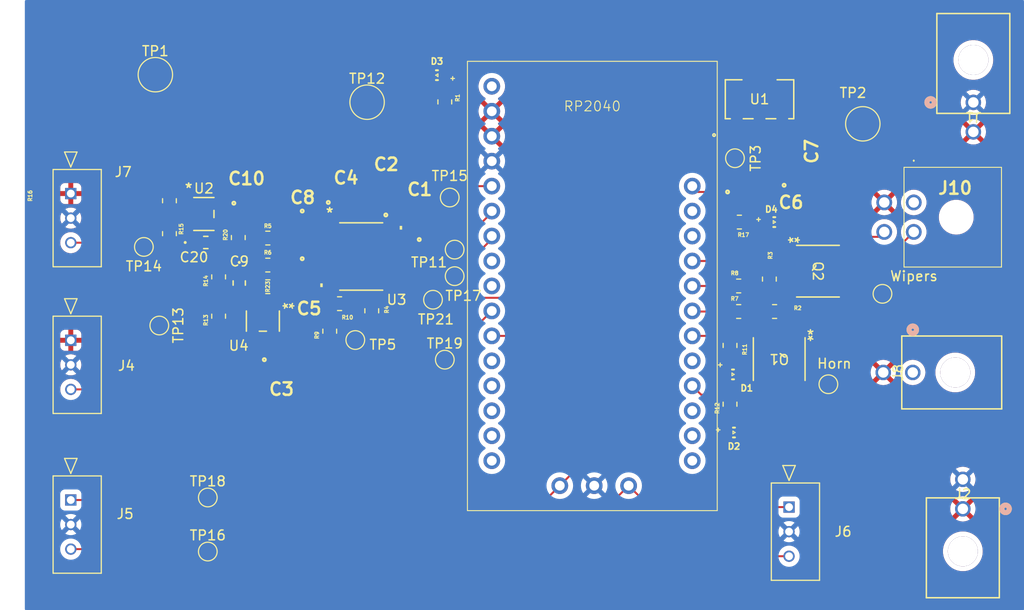
<source format=kicad_pcb>
(kicad_pcb (version 20240108) (generator "pcbnew") (generator_version "8.0")
  (layers (0 "F.Cu" signal) (31 "B.Cu" signal) (34 "B.Paste" user) (35 "F.Paste" user) (36 "B.SilkS" user "B.Silkscreen") (37 "F.SilkS" user "F.Silkscreen") (38 "B.Mask" user) (39 "F.Mask" user) (44 "Edge.Cuts" user))
  (net 0 "")
  (net 1 "GND")
  (net 2 "+3V3")
  (net 3 "Net-(U3-AIN1P)")
  (net 4 "+5V")
  (net 5 "+12V")
  (net 6 "Net-(U3-AIN0P)")
  (net 7 "Net-(D1-Pad2)")
  (net 8 "Net-(D2-Pad2)")
  (net 9 "/D11")
  (net 10 "Net-(D3-Pad2)")
  (net 11 "Net-(J4-Pad3)")
  (net 12 "/Drain2")
  (net 13 "/CAN_H")
  (net 14 "/CAN_L")
  (net 15 "Net-(J7-Pad3)")
  (net 16 "Net-(Q1-Pad4)")
  (net 17 "Net-(Q2-Pad4)")
  (net 18 "/CS")
  (net 19 "/HS1")
  (net 20 "/HS2")
  (net 21 "Net-(U3-AIN3P)")
  (net 22 "/MOSI")
  (net 23 "/SCLK")
  (net 24 "/MISO")
  (net 25 "Net-(U3-CAP)")
  (net 32 "/Drain1")
  (net 35 "/D12")
  (net 36 "Net-(RP2040-D10)")
  (net 37 "Net-(RP2040-D6)")
  (net 38 "/GPIO_RESET")
  (net 41 "/GPIO_CLKIN")
  (net 46 "Net-(D4-Pad2)")
  (net 47 "/D13")
  (net 49 "/ADC_IN1")
  (net 50 "/ADC_IN2")
  (net 51 "Net-(U4-VIN-)")
  (net 52 "/FB")
  (footprint "SMV_Passives:Cap0805" (layer "F.Cu") (at 124.90275 43)
    (property "Reference" "C4" (at 0.05 -2.5 180) (layer "F.SilkS") (effects (font (size 1.27 1.27) (thickness 0.254))))
    (property "Value" "1uF,16V" (hide yes))
    (pad "1" smd rect (at -0.9 0) (size 1.15 1.45) (layers "F.Cu" "F.Paste" "F.Mask") (net 2 "+3V3"))
    (pad "2" smd rect (at 0.9 0) (size 1.15 1.45) (layers "F.Cu" "F.Paste" "F.Mask") (net 1 "GND"))
  )
  (footprint "SMV_Passives:0805RESC2012X60N" (layer "F.Cu") (at 112.00275 50.575001 90)
    (property "Reference" "R14" (at -0.41 -1.3 90) (layer "F.SilkS") (effects (font (size 0.393701 0.393701))))
    (property "Value" "10kohms, 0.125W")
    (pad "1" smd rect (at -0.97 0 90) (size 0.89 1.42) (layers "F.Cu" "F.Paste" "F.Mask") (net 20 "/HS2"))
    (pad "2" smd rect (at 0.97 0 90) (size 0.89 1.42) (layers "F.Cu" "F.Paste" "F.Mask") (net 1 "GND"))
  )
  (footprint "SMV_Passives:0805RESC2012X60N" (layer "F.Cu") (at 164.88 51.5)
    (property "Reference" "R8" (at -0.41 -1.3 0) (layer "F.SilkS") (effects (font (size 0.393701 0.393701))))
    (property "Value" "CRCW06031K00FKEA, 1KΩ")
    (pad "1" smd rect (at -0.97 0) (size 0.89 1.42) (layers "F.Cu" "F.Paste" "F.Mask") (net 35 "/D12"))
    (pad "2" smd rect (at 0.97 0) (size 0.89 1.42) (layers "F.Cu" "F.Paste" "F.Mask") (net 17 "Net-(Q2-Pad4)"))
  )
  (footprint "SMV_Transistors:LFPAK56_SOT669_NEX" (layer "F.Cu") (at 169 58.9384 180)
    (property "Reference" "Q1" (at 0 0 180) (layer "F.SilkS"))
    (property "Value" "PSMN1R8-40YLC_115")
    (fp_text user "*" (at -3.175 2.4384 180) (layer "F.SilkS"))
    (fp_text user "*" (at -3.175 2.4384 180) (layer "F.SilkS"))
    (pad "1" smd rect (at -1.905 2.4384 180) (size 0.5588 1.5494) (layers "F.Cu" "F.Paste" "F.Mask") (net 1 "GND"))
    (pad "2" smd rect (at -0.635 2.4384 180) (size 0.5588 1.5494) (layers "F.Cu" "F.Paste" "F.Mask") (net 1 "GND"))
    (pad "3" smd rect (at 0.635 2.4384 180) (size 0.5588 1.5494) (layers "F.Cu" "F.Paste" "F.Mask") (net 1 "GND"))
    (pad "4" smd rect (at 1.905 2.4384 180) (size 0.5588 1.5494) (layers "F.Cu" "F.Paste" "F.Mask") (net 16 "Net-(Q1-Pad4)"))
    (pad "5" smd rect (at 0 -1.2954 180) (size 4.4704 4.8006) (layers "F.Cu" "F.Paste" "F.Mask") (net 12 "/Drain2"))
  )
  (footprint "TestPoint:TestPoint_Pad_D1.5mm" (layer "F.Cu") (at 174 61.5)
    (property "Reference" "Horn" (at 0.6 -2.1 0) (layer "F.SilkS"))
    (property "Value" "MOSFET")
    (pad "1" smd circle (at 0 0) (size 1.5 1.5) (layers "F.Cu" "F.Mask") (net 12 "/Drain2"))
  )
  (footprint "SMV_Passives:CAP_0603-X_NGC" (layer "F.Cu") (at 114.1 51.2 -90)
    (property "Reference" "C9" (at -2.2 0 0) (layer "F.SilkS"))
    (property "Value" "0603W475K250XD")
    (pad "1" smd rect (at -0.8001 0 270) (size 0.9144 0.9906) (layers "F.Cu" "F.Paste" "F.Mask") (net 1 "GND"))
    (pad "2" smd rect (at 0.8001 0 270) (size 0.9144 0.9906) (layers "F.Cu" "F.Paste" "F.Mask") (net 50 "/ADC_IN2"))
    (zone (net 0) (net_name "") (layer "F.Cu") (connect_pads (clearance 0)) (min_thickness 0.254)
      (keepout (tracks not_allowed) (vias not_allowed) (pads allowed) (copperpour not_allowed) (footprints allowed))
      (fill (thermal_gap 0.508) (thermal_bridge_width 0.508))
      (polygon (pts (xy 114.5445 50.9079) (xy 114.5445 51.4921) (xy 113.6555 51.4921) (xy 113.6555 50.9079)))
    )
  )
  (footprint "TestPoint:TestPoint_Pad_D1.5mm" (layer "F.Cu") (at 136 47.8)
    (property "Reference" "TP11" (at -2.6 1.3 0) (layer "F.SilkS"))
    (property "Value" "3V3A")
    (pad "1" smd circle (at 0 0) (size 1.5 1.5) (layers "F.Cu" "F.Mask") (net 22 "/MOSI"))
  )
  (footprint "SMV_Passives:WL-SMCW_0603(diode)" (layer "F.Cu") (at 164.3 60.5 180)
    (property "Reference" "D1" (at -1.4 -1.4 0) (layer "F.SilkS") (effects (font (size 0.64 0.64))))
    (property "Value" "WL-SMCW_0603")
    (fp_text user "+" (at 1.3 1 0) (layer "F.SilkS") (effects (font (size 0.48 0.48))))
    (pad "1" smd rect (at -0.8 0 180) (size 0.8 0.8) (layers "F.Cu" "F.Paste" "F.Mask") (net 1 "GND"))
    (pad "2" smd rect (at 0.8 0 180) (size 0.8 0.8) (layers "F.Cu" "F.Paste" "F.Mask") (net 7 "Net-(D1-Pad2)"))
  )
  (footprint "SMV_Passives:Cap0805" (layer "F.Cu") (at 120.50275 45.625002 -90)
    (property "Reference" "C8" (at -3.125002 -0.0445 180) (layer "F.SilkS") (effects (font (size 1.27 1.27) (thickness 0.254))))
    (property "Value" "1uF,16V" (hide yes))
    (pad "1" smd rect (at -0.9 0 270) (size 1.15 1.45) (layers "F.Cu" "F.Paste" "F.Mask") (net 1 "GND"))
    (pad "2" smd rect (at 0.9 0 270) (size 1.15 1.45) (layers "F.Cu" "F.Paste" "F.Mask") (net 6 "Net-(U3-AIN0P)"))
  )
  (footprint "SMV_Connectors:RP2040" (layer "F.Cu") (at 150.1905 48.96)
    (property "Reference" "RP2040" (at -0.1905 -15.74 0) (layer "F.SilkS") (effects (font (thickness 0.1))))
    (property "Value" "~")
    (pad "1" thru_hole circle (at 9.9695 -7.62) (size 1.7 1.7) (drill 1) (layers "*.Cu" "*.Mask") (net 4 "+5V"))
    (pad "2" thru_hole circle (at 9.9695 -5.08) (size 1.7 1.7) (drill 1) (layers "*.Cu" "*.Mask"))
    (pad "3" thru_hole circle (at 9.9695 -2.54) (size 1.7 1.7) (drill 1) (layers "*.Cu" "*.Mask"))
    (pad "4" thru_hole circle (at 9.9695 0) (size 1.7 1.7) (drill 1) (layers "*.Cu" "*.Mask") (net 47 "/D13"))
    (pad "5" thru_hole circle (at 9.9695 2.54) (size 1.7 1.7) (drill 1) (layers "*.Cu" "*.Mask") (net 35 "/D12"))
    (pad "6" thru_hole circle (at 9.9695 5.08) (size 1.7 1.7) (drill 1) (layers "*.Cu" "*.Mask") (net 9 "/D11"))
    (pad "7" thru_hole circle (at 9.9695 7.62) (size 1.7 1.7) (drill 1) (layers "*.Cu" "*.Mask") (net 36 "Net-(RP2040-D10)"))
    (pad "8" thru_hole circle (at 9.9695 10.16) (size 1.7 1.7) (drill 1) (layers "*.Cu" "*.Mask"))
    (pad "9" thru_hole circle (at 9.9695 12.7) (size 1.7 1.7) (drill 1) (layers "*.Cu" "*.Mask") (net 37 "Net-(RP2040-D6)"))
    (pad "10" thru_hole circle (at 9.9695 15.24) (size 1.7 1.7) (drill 1) (layers "*.Cu" "*.Mask"))
    (pad "11" thru_hole circle (at 9.9695 17.78) (size 1.7 1.7) (drill 1) (layers "*.Cu" "*.Mask"))
    (pad "12" thru_hole circle (at 9.9695 20.32) (size 1.7 1.7) (drill 1) (layers "*.Cu" "*.Mask"))
    (pad "13" thru_hole circle (at -10.414 20.32) (size 1.7 1.7) (drill 1) (layers "*.Cu" "*.Mask"))
    (pad "14" thru_hole circle (at -10.414 17.78) (size 1.7 1.7) (drill 1) (layers "*.Cu" "*.Mask"))
    (pad "15" thru_hole circle (at -10.414 15.24) (size 1.7 1.7) (drill 1) (layers "*.Cu" "*.Mask"))
    (pad "16" thru_hole circle (at -10.414 12.7) (size 1.7 1.7) (drill 1) (layers "*.Cu" "*.Mask"))
    (pad "17" thru_hole circle (at -10.414 10.16) (size 1.7 1.7) (drill 1) (layers "*.Cu" "*.Mask") (net 38 "/GPIO_RESET"))
    (pad "18" thru_hole circle (at -10.414 7.62) (size 1.7 1.7) (drill 1) (layers "*.Cu" "*.Mask") (net 23 "/SCLK"))
    (pad "19" thru_hole circle (at -10.414 5.08) (size 1.7 1.7) (drill 1) (layers "*.Cu" "*.Mask") (net 18 "/CS"))
    (pad "20" thru_hole circle (at -10.414 2.54) (size 1.7 1.7) (drill 1) (layers "*.Cu" "*.Mask"))
    (pad "21" thru_hole circle (at -10.414 0) (size 1.7 1.7) (drill 1) (layers "*.Cu" "*.Mask"))
    (pad "22" thru_hole circle (at -10.414 -2.54) (size 1.7 1.7) (drill 1) (layers "*.Cu" "*.Mask") (net 24 "/MISO"))
    (pad "23" thru_hole circle (at -10.414 -5.08) (size 1.7 1.7) (drill 1) (layers "*.Cu" "*.Mask") (net 22 "/MOSI"))
    (pad "24" thru_hole circle (at -10.414 -7.62) (size 1.7 1.7) (drill 1) (layers "*.Cu" "*.Mask") (net 41 "/GPIO_CLKIN"))
    (pad "25" thru_hole circle (at -10.414 -10.16) (size 1.7 1.7) (drill 1) (layers "*.Cu" "*.Mask") (net 1 "GND"))
    (pad "26" thru_hole circle (at -10.414 -12.7) (size 1.7 1.7) (drill 1) (layers "*.Cu" "*.Mask") (net 2 "+3V3"))
    (pad "27" thru_hole circle (at -10.414 -15.24) (size 1.7 1.7) (drill 1) (layers "*.Cu" "*.Mask") (net 2 "+3V3"))
    (pad "28" thru_hole circle (at -10.414 -17.78) (size 1.7 1.7) (drill 1) (layers "*.Cu" "*.Mask"))
    (pad "29" thru_hole circle (at 3.5 22.86) (size 1.7 1.7) (drill 1) (layers "*.Cu" "*.Mask") (net 14 "/CAN_L"))
    (pad "30" thru_hole circle (at 0 22.86) (size 1.7 1.7) (drill 1) (layers "*.Cu" "*.Mask") (net 1 "GND"))
    (pad "31" thru_hole circle (at -3.5 22.86) (size 1.7 1.7) (drill 1) (layers "*.Cu" "*.Mask") (net 13 "/CAN_H"))
  )
  (footprint "TestPoint:TestPoint_Pad_D3.0mm" (layer "F.Cu") (at 177.5 35)
    (property "Reference" "TP2" (at -0.99725 -3.15 0) (layer "F.SilkS"))
    (property "Value" "12V")
    (pad "1" smd circle (at 0 0) (size 3 3) (layers "F.Cu" "F.Mask") (net 5 "+12V"))
  )
  (footprint "SMV_Passives:0805RESC2012X60N" (layer "F.Cu") (at 112.00275 54.575001 90)
    (property "Reference" "R13" (at -0.41 -1.3 90) (layer "F.SilkS") (effects (font (size 0.393701 0.393701))))
    (property "Value" "10kohms, 0.125W")
    (pad "1" smd rect (at -0.97 0 90) (size 0.89 1.42) (layers "F.Cu" "F.Paste" "F.Mask") (net 11 "Net-(J4-Pad3)"))
    (pad "2" smd rect (at 0.97 0 90) (size 0.89 1.42) (layers "F.Cu" "F.Paste" "F.Mask") (net 20 "/HS2"))
  )
  (footprint "SMV_Passives:0805RESC2012X60N" (layer "F.Cu") (at 127.572749 54.025002 -90)
    (property "Reference" "R4" (at -0.125002 -1.527251 90) (layer "F.SilkS") (effects (font (size 0.393701 0.393701))))
    (property "Value" "10kohms, 0.125W")
    (pad "1" smd rect (at -0.97 0 270) (size 0.89 1.42) (layers "F.Cu" "F.Paste" "F.Mask") (net 18 "/CS"))
    (pad "2" smd rect (at 0.97 0 270) (size 0.89 1.42) (layers "F.Cu" "F.Paste" "F.Mask") (net 2 "+3V3"))
  )
  (footprint "SMV_Passives:Cap0805" (layer "F.Cu") (at 129.00275 42.525002 90)
    (property "Reference" "C2" (at 3.4 0.0445 180) (layer "F.SilkS") (effects (font (size 1.27 1.27) (thickness 0.254))))
    (property "Value" "1uF,16V" (hide yes))
    (pad "1" smd rect (at -0.9 0 90) (size 1.15 1.45) (layers "F.Cu" "F.Paste" "F.Mask") (net 2 "+3V3"))
    (pad "2" smd rect (at 0.9 0 90) (size 1.15 1.45) (layers "F.Cu" "F.Paste" "F.Mask") (net 1 "GND"))
  )
  (footprint "SMV_Passives:0805RESC2012X60N" (layer "F.Cu") (at 168.53 54.1 180)
    (property "Reference" "R2" (at -2.35 0.35 0) (layer "F.SilkS") (effects (font (size 0.393701 0.393701))))
    (property "Value" "10kohms, 0.125W")
    (pad "1" smd rect (at -0.97 0 180) (size 0.89 1.42) (layers "F.Cu" "F.Paste" "F.Mask") (net 1 "GND"))
    (pad "2" smd rect (at 0.97 0 180) (size 0.89 1.42) (layers "F.Cu" "F.Paste" "F.Mask") (net 16 "Net-(Q1-Pad4)"))
  )
  (footprint "SMV_Passives:Cap0805" (layer "F.Cu") (at 120.50275 50.475001 -90)
    (property "Reference" "C5" (at 3.324999 -0.69725 0) (layer "F.SilkS") (effects (font (size 1.27 1.27) (thickness 0.254))))
    (property "Value" "1uF,16V" (hide yes))
    (pad "1" smd rect (at -0.9 0 270) (size 1.15 1.45) (layers "F.Cu" "F.Paste" "F.Mask") (net 3 "Net-(U3-AIN1P)"))
    (pad "2" smd rect (at 0.9 0 270) (size 1.15 1.45) (layers "F.Cu" "F.Paste" "F.Mask") (net 1 "GND"))
  )
  (footprint "TestPoint:TestPoint_Pad_D1.5mm" (layer "F.Cu") (at 164.5 38.5)
    (property "Reference" "TP3" (at 2.1 0 90) (layer "F.SilkS"))
    (property "Value" "5V")
    (pad "1" smd circle (at 0 0) (size 1.5 1.5) (layers "F.Cu" "F.Mask") (net 4 "+5V"))
  )
  (footprint "SMV_Passives:0805RESC2012X60N" (layer "F.Cu") (at 114.00275 46.575001 90)
    (property "Reference" "R20" (at 0.275001 -1.30275 90) (layer "F.SilkS") (effects (font (size 0.393701 0.393701))))
    (property "Value" "50Ω")
    (pad "1" smd rect (at -0.97 0 90) (size 0.89 1.42) (layers "F.Cu" "F.Paste" "F.Mask") (net 49 "/ADC_IN1"))
    (pad "2" smd rect (at 0.97 0 90) (size 0.89 1.42) (layers "F.Cu" "F.Paste" "F.Mask") (net 52 "/FB"))
  )
  (footprint "SMV_Passives:0805RESC2012X60N" (layer "F.Cu") (at 164.88 54.1)
    (property "Reference" "R7" (at -0.41 -1.3 0) (layer "F.SilkS") (effects (font (size 0.393701 0.393701))))
    (property "Value" "CRCW06031K00FKEA, 1KΩ")
    (pad "1" smd rect (at -0.97 0) (size 0.89 1.42) (layers "F.Cu" "F.Paste" "F.Mask") (net 9 "/D11"))
    (pad "2" smd rect (at 0.97 0) (size 0.89 1.42) (layers "F.Cu" "F.Paste" "F.Mask") (net 16 "Net-(Q1-Pad4)"))
  )
  (footprint "SMV_Passives:0805RESC2012X60N" (layer "F.Cu") (at 123.3 56.1 90)
    (property "Reference" "R9" (at -0.41 -1.3 90) (layer "F.SilkS") (effects (font (size 0.393701 0.393701))))
    (property "Value" "40K")
    (pad "1" smd rect (at -0.97 0 90) (size 0.89 1.42) (layers "F.Cu" "F.Paste" "F.Mask") (net 2 "+3V3"))
    (pad "2" smd rect (at 0.97 0 90) (size 0.89 1.42) (layers "F.Cu" "F.Paste" "F.Mask") (net 21 "Net-(U3-AIN3P)"))
  )
  (footprint "SMV_Connectors:3pin_CON_22035035_MOL" (layer "F.Cu") (at 96.972749 42.095002 90)
    (property "Reference" "J7" (at 2.195002 5.327251 0) (layer "F.SilkS"))
    (property "Value" "22035035")
    (pad "1" thru_hole rect (at 0 0 90) (size 1.15 1.15) (drill 0.8) (layers "*.Cu" "*.Mask") (net 2 "+3V3"))
    (pad "2" thru_hole circle (at -2.5 0 90) (size 1.15 1.15) (drill 0.8) (layers "*.Cu" "*.Mask") (net 1 "GND"))
    (pad "3" thru_hole circle (at -5 0 90) (size 1.15 1.15) (drill 0.8) (layers "*.Cu" "*.Mask") (net 15 "Net-(J7-Pad3)"))
  )
  (footprint "TestPoint:TestPoint_Pad_D1.5mm" (layer "F.Cu") (at 105.972749 55.525002 -90)
    (property "Reference" "TP13" (at -0.025002 -1.927251 -90) (layer "F.SilkS"))
    (property "Value" "HS2")
    (pad "1" smd circle (at 0 0 270) (size 1.5 1.5) (layers "F.Cu" "F.Mask") (net 11 "Net-(J4-Pad3)"))
  )
  (footprint "SMV_Passives:0805RESC2012X60N" (layer "F.Cu") (at 168 50.8 90)
    (property "Reference" "R3" (at 2.4 0.1 90) (layer "F.SilkS") (effects (font (size 0.393701 0.393701))))
    (property "Value" "10kohms, 0.125W")
    (pad "1" smd rect (at -0.97 0 90) (size 0.89 1.42) (layers "F.Cu" "F.Paste" "F.Mask") (net 17 "Net-(Q2-Pad4)"))
    (pad "2" smd rect (at 0.97 0 90) (size 0.89 1.42) (layers "F.Cu" "F.Paste" "F.Mask") (net 1 "GND"))
  )
  (footprint "TestPoint:TestPoint_Pad_D1.5mm" (layer "F.Cu") (at 125.9 57)
    (property "Reference" "TP5" (at 2.8 0.474998 0) (layer "F.SilkS"))
    (property "Value" "1.65V")
    (pad "1" smd circle (at 0 0) (size 1.5 1.5) (layers "F.Cu" "F.Mask") (net 21 "Net-(U3-AIN3P)"))
  )
  (footprint "TestPoint:TestPoint_Pad_D1.5mm" (layer "F.Cu") (at 104.40275 47.525002 180)
    (property "Reference" "TP14" (at 0 -1.974998 180) (layer "F.SilkS"))
    (property "Value" "HS1")
    (pad "1" smd circle (at 0 0 180) (size 1.5 1.5) (layers "F.Cu" "F.Mask") (net 15 "Net-(J7-Pad3)"))
  )
  (footprint "SMV_Passives:0805RESC2012X60N" (layer "F.Cu") (at 164 63.53 90)
    (property "Reference" "R12" (at -0.41 -1.3 90) (layer "F.SilkS") (effects (font (size 0.393701 0.393701))))
    (property "Value" "150Ω")
    (pad "1" smd rect (at -0.97 0 90) (size 0.89 1.42) (layers "F.Cu" "F.Paste" "F.Mask") (net 8 "Net-(D2-Pad2)"))
    (pad "2" smd rect (at 0.97 0 90) (size 0.89 1.42) (layers "F.Cu" "F.Paste" "F.Mask") (net 37 "Net-(RP2040-D6)"))
  )
  (footprint "SMV_ICs:SOT-23-5_MC_MCH" (layer "F.Cu") (at 110.50275 44.175002)
    (property "Reference" "U2" (at 0 -2.600001 0) (layer "F.SilkS"))
    (property "Value" "MCP6286T-E/OT")
    (fp_text user "*" (at -1.549201 -2.601 0) (layer "F.SilkS"))
    (fp_text user "*" (at -1.549201 -2.601 0) (layer "F.SilkS"))
    (pad "1" smd rect (at -1.295199 -0.950001) (size 1.3208 0.508) (layers "F.Cu" "F.Paste" "F.Mask") (net 52 "/FB"))
    (pad "2" smd rect (at -1.295199 0) (size 1.3208 0.508) (layers "F.Cu" "F.Paste" "F.Mask") (net 1 "GND"))
    (pad "3" smd rect (at -1.295199 0.950001) (size 1.3208 0.508) (layers "F.Cu" "F.Paste" "F.Mask") (net 19 "/HS1"))
    (pad "4" smd rect (at 1.295199 0.950001) (size 1.3208 0.508) (layers "F.Cu" "F.Paste" "F.Mask") (net 52 "/FB"))
    (pad "5" smd rect (at 1.295199 -0.950001) (size 1.3208 0.508) (layers "F.Cu" "F.Paste" "F.Mask") (net 2 "+3V3"))
  )
  (footprint "TestPoint:TestPoint_Pad_D1.5mm" (layer "F.Cu") (at 110.90275 78.525002)
    (property "Reference" "TP16" (at 0 -1.648 0) (layer "F.SilkS"))
    (property "Value" "3V3A")
    (pad "1" smd circle (at 0 0) (size 1.5 1.5) (layers "F.Cu" "F.Mask") (net 14 "/CAN_L"))
  )
  (footprint "SMV_Connectors:3pin_CON_22035035_MOL" (layer "F.Cu") (at 170 74 90)
    (property "Reference" "J6" (at -2.5 5.5 0) (layer "F.SilkS"))
    (property "Value" "22035035")
    (pad "1" thru_hole rect (at 0 0 90) (size 1.15 1.15) (drill 0.8) (layers "*.Cu" "*.Mask") (net 13 "/CAN_H"))
    (pad "2" thru_hole circle (at -2.5 0 90) (size 1.15 1.15) (drill 0.8) (layers "*.Cu" "*.Mask") (net 1 "GND"))
    (pad "3" thru_hole circle (at -5 0 90) (size 1.15 1.15) (drill 0.8) (layers "*.Cu" "*.Mask") (net 14 "/CAN_L"))
  )
  (footprint "SMV_Connectors:3pin_CON_22035035_MOL" (layer "F.Cu") (at 96.972749 57.025002 90)
    (property "Reference" "J4" (at -2.59599 5.654999 0) (layer "F.SilkS"))
    (property "Value" "22035035")
    (pad "1" thru_hole rect (at 0 0 90) (size 1.15 1.15) (drill 0.8) (layers "*.Cu" "*.Mask") (net 2 "+3V3"))
    (pad "2" thru_hole circle (at -2.5 0 90) (size 1.15 1.15) (drill 0.8) (layers "*.Cu" "*.Mask") (net 1 "GND"))
    (pad "3" thru_hole circle (at -5 0 90) (size 1.15 1.15) (drill 0.8) (layers "*.Cu" "*.Mask") (net 11 "Net-(J4-Pad3)"))
  )
  (footprint "TestPoint:TestPoint_Pad_D1.5mm" (layer "F.Cu") (at 110.90275 73.025002)
    (property "Reference" "TP18" (at 0 -1.648 0) (layer "F.SilkS"))
    (property "Value" "3V3A")
    (pad "1" smd circle (at 0 0) (size 1.5 1.5) (layers "F.Cu" "F.Mask") (net 13 "/CAN_H"))
  )
  (footprint "TestPoint:TestPoint_Pad_D1.5mm" (layer "F.Cu") (at 135 59)
    (property "Reference" "TP19" (at 0 -1.648 0) (layer "F.SilkS"))
    (property "Value" "3V3A")
    (pad "1" smd circle (at 0 0) (size 1.5 1.5) (layers "F.Cu" "F.Mask") (net 18 "/CS"))
  )
  (footprint "SMV_ICs:SOT-23-5_MC_MCH" (layer "F.Cu") (at 116.50275 55.075001 -90)
    (property "Reference" "U4" (at 2.5 2.4555 0) (layer "F.SilkS"))
    (property "Value" "MCP6286T-E/OT")
    (fp_text user "*" (at -1.549201 -2.601 90) (layer "F.SilkS"))
    (fp_text user "*" (at -1.549201 -2.601 -90) (layer "F.SilkS"))
    (pad "1" smd rect (at -1.295199 -0.950001 270) (size 1.3208 0.508) (layers "F.Cu" "F.Paste" "F.Mask") (net 51 "Net-(U4-VIN-)"))
    (pad "2" smd rect (at -1.295199 0 270) (size 1.3208 0.508) (layers "F.Cu" "F.Paste" "F.Mask") (net 1 "GND"))
    (pad "3" smd rect (at -1.295199 0.950001 270) (size 1.3208 0.508) (layers "F.Cu" "F.Paste" "F.Mask") (net 20 "/HS2"))
    (pad "4" smd rect (at 1.295199 0.950001 270) (size 1.3208 0.508) (layers "F.Cu" "F.Paste" "F.Mask") (net 51 "Net-(U4-VIN-)"))
    (pad "5" smd rect (at 1.295199 -0.950001 270) (size 1.3208 0.508) (layers "F.Cu" "F.Paste" "F.Mask") (net 2 "+3V3"))
  )
  (footprint "SMV_Passives:0805RESC2012X60N" (layer "F.Cu") (at 117.00275 51.575001)
    (property "Reference" "R23" (at 0 0 90) (layer "F.SilkS") (effects (font (size 0.393701 0.393701))))
    (property "Value" "50Ω")
    (pad "1" smd rect (at -0.97 0) (size 0.89 1.42) (layers "F.Cu" "F.Paste" "F.Mask") (net 50 "/ADC_IN2"))
    (pad "2" smd rect (at 0.97 0) (size 0.89 1.42) (layers "F.Cu" "F.Paste" "F.Mask") (net 51 "Net-(U4-VIN-)"))
  )
  (footprint "SMV_Passives:0805RESC2012X60N" (layer "F.Cu") (at 117.00275 49.375002 180)
    (property "Reference" "R6" (at 0.00275 1.275002 180) (layer "F.SilkS") (effects (font (size 0.393701 0.393701))))
    (property "Value" "50Ω")
    (pad "1" smd rect (at -0.97 0 180) (size 0.89 1.42) (layers "F.Cu" "F.Paste" "F.Mask") (net 3 "Net-(U3-AIN1P)"))
    (pad "2" smd rect (at 0.97 0 180) (size 0.89 1.42) (layers "F.Cu" "F.Paste" "F.Mask") (net 50 "/ADC_IN2"))
  )
  (footprint "SMV_Connectors:CONN_SD-43045-001_02_MOL" (layer "F.Cu") (at 182.579998 60.3 90)
    (property "Reference" "J8" (at 0 -1.5 90) (layer "F.SilkS"))
    (property "Value" "430450200")
    (pad "1" thru_hole circle (at 0 0 90) (size 1.5748 1.5748) (drill 1.0668) (layers "*.Cu" "*.Mask") (net 12 "/Drain2"))
    (pad "2" thru_hole circle (at 0 -2.999999 90) (size 1.5748 1.5748) (drill 1.0668) (layers "*.Cu" "*.Mask") (net 5 "+12V"))
    (pad "3" thru_hole circle (at 0 4.320002 90) (size 3.048 3.048) (drill 3.048) (layers "*.Cu" "*.Mask"))
  )
  (footprint "SMV_Transistors:LFPAK56_SOT669_NEX" (layer "F.Cu") (at 172.9384 49.995 -90)
    (property "Reference" "Q2" (at 0 0 -90) (layer "F.SilkS"))
    (property "Value" "PSMN1R8-40YLC_115")
    (fp_text user "*" (at -3.175 2.4384 -90) (layer "F.SilkS"))
    (fp_text user "*" (at -3.175 2.4384 -90) (layer "F.SilkS"))
    (pad "1" smd rect (at -1.905 2.4384 270) (size 0.5588 1.5494) (layers "F.Cu" "F.Paste" "F.Mask") (net 1 "GND"))
    (pad "2" smd rect (at -0.635 2.4384 270) (size 0.5588 1.5494) (layers "F.Cu" "F.Paste" "F.Mask") (net 1 "GND"))
    (pad "3" smd rect (at 0.635 2.4384 270) (size 0.5588 1.5494) (layers "F.Cu" "F.Paste" "F.Mask") (net 1 "GND"))
    (pad "4" smd rect (at 1.905 2.4384 270) (size 0.5588 1.5494) (layers "F.Cu" "F.Paste" "F.Mask") (net 17 "Net-(Q2-Pad4)"))
    (pad "5" smd rect (at 0 -1.2954 270) (size 4.4704 4.8006) (layers "F.Cu" "F.Paste" "F.Mask") (net 32 "/Drain1"))
  )
  (footprint "TestPoint:TestPoint_Pad_D3.0mm" (layer "F.Cu") (at 127.1 32.8)
    (property "Reference" "TP12" (at 0 -2.398 0) (layer "F.SilkS"))
    (property "Value" "3V3")
    (pad "1" smd circle (at 0 0) (size 3 3) (layers "F.Cu" "F.Mask") (net 2 "+3V3"))
  )
  (footprint "SMV_Passives:CAP_0603-X_NGC" (layer "F.Cu") (at 110.6999 47.075001)
    (property "Reference" "C20" (at -1.1999 1.5 0) (layer "F.SilkS"))
    (property "Value" "0603W475K250XD")
    (pad "1" smd rect (at -0.8001 0) (size 0.9144 0.9906) (layers "F.Cu" "F.Paste" "F.Mask") (net 1 "GND"))
    (pad "2" smd rect (at 0.8001 0) (size 0.9144 0.9906) (layers "F.Cu" "F.Paste" "F.Mask") (net 49 "/ADC_IN1"))
    (zone (net 0) (net_name "") (layer "F.Cu") (connect_pads (clearance 0)) (min_thickness 0.254)
      (keepout (tracks not_allowed) (vias not_allowed) (pads allowed) (copperpour not_allowed) (footprints allowed))
      (fill (thermal_gap 0.508) (thermal_bridge_width 0.508))
      (polygon (pts (xy 110.4078 46.630501) (xy 110.992 46.630501) (xy 110.992 47.519501) (xy 110.4078 47.519501)))
    )
  )
  (footprint "SMV_Passives:0805RESC2012X60N" (layer "F.Cu") (at 124.3 53.3)
    (property "Reference" "R10" (at 0.8 1.4 0) (layer "F.SilkS") (effects (font (size 0.393701 0.393701))))
    (property "Value" "40K")
    (pad "1" smd rect (at -0.97 0) (size 0.89 1.42) (layers "F.Cu" "F.Paste" "F.Mask") (net 21 "Net-(U3-AIN3P)"))
    (pad "2" smd rect (at 0.97 0) (size 0.89 1.42) (layers "F.Cu" "F.Paste" "F.Mask") (net 1 "GND"))
  )
  (footprint "SMV_Passives:Cap0805" (layer "F.Cu") (at 169.5 39.5 90)
    (property "Reference" "C7" (at 1.7 2.8 90) (layer "F.SilkS") (effects (font (size 1.27 1.27) (thickness 0.254))))
    (property "Value" "0.47uF,50V" (hide yes))
    (pad "1" smd rect (at -0.9 0 90) (size 1.15 1.45) (layers "F.Cu" "F.Paste" "F.Mask") (net 1 "GND"))
    (pad "2" smd rect (at 0.9 0 90) (size 1.15 1.45) (layers "F.Cu" "F.Paste" "F.Mask") (net 5 "+12V"))
  )
  (footprint "SMV_Passives:Cap0805" (layer "F.Cu") (at 118.4 59)
    (property "Reference" "C3" (at 0 3 0) (layer "F.SilkS") (effects (font (size 1.27 1.27) (thickness 0.254))))
    (property "Value" "1uF,16V" (hide yes))
    (pad "1" smd rect (at -0.9 0) (size 1.15 1.45) (layers "F.Cu" "F.Paste" "F.Mask") (net 2 "+3V3"))
    (pad "2" smd rect (at 0.9 0) (size 1.15 1.45) (layers "F.Cu" "F.Paste" "F.Mask") (net 1 "GND"))
  )
  (footprint "SMV_Passives:WL-SMCW_0603(diode)" (layer "F.Cu") (at 164.4 66.41 180)
    (property "Reference" "D2" (at 0 -1.4064 0) (layer "F.SilkS") (effects (font (size 0.64 0.64))))
    (property "Value" "WL-SMCW_0603")
    (fp_text user "+" (at 1.6 0.3 0) (layer "F.SilkS") (effects (font (size 0.48 0.48))))
    (pad "1" smd rect (at -0.8 0 180) (size 0.8 0.8) (layers "F.Cu" "F.Paste" "F.Mask") (net 1 "GND"))
    (pad "2" smd rect (at 0.8 0 180) (size 0.8 0.8) (layers "F.Cu" "F.Paste" "F.Mask") (net 8 "Net-(D2-Pad2)"))
  )
  (footprint "SMV_Passives:0805RESC2012X60N" (layer "F.Cu") (at 117.00275 46.625001 180)
    (property "Reference" "R5" (at 0 1.225001 0) (layer "F.SilkS") (effects (font (size 0.393701 0.393701))))
    (property "Value" "50Ω")
    (pad "1" smd rect (at -0.97 0 180) (size 0.89 1.42) (layers "F.Cu" "F.Paste" "F.Mask") (net 6 "Net-(U3-AIN0P)"))
    (pad "2" smd rect (at 0.97 0 180) (size 0.89 1.42) (layers "F.Cu" "F.Paste" "F.Mask") (net 49 "/ADC_IN1"))
  )
  (footprint "SMV_Connectors:4_pin0430450401" (layer "F.Cu") (at 182.68 43 90)
    (property "Reference" "J10" (at 1.4625 4.2085 0) (layer "F.SilkS") (effects (font (size 1.27 1.27) (thickness 0.254))))
    (property "Value" "Molex Micro-Fit 4 Pin" (hide yes))
    (pad "" np_thru_hole circle (at -1.5 4.32 90) (size 3.05 3.05) (drill 3.05) (layers "*.Cu" "*.Mask"))
    (pad "1" thru_hole circle (at 0 0 90) (size 1.605 1.605) (drill 1.07) (layers "*.Cu" "*.Mask"))
    (pad "2" thru_hole circle (at -3 0 90) (size 1.605 1.605) (drill 1.07) (layers "*.Cu" "*.Mask") (net 32 "/Drain1"))
    (pad "3" thru_hole circle (at 0 -3 90) (size 1.605 1.605) (drill 1.07) (layers "*.Cu" "*.Mask") (net 5 "+12V"))
    (pad "4" thru_hole circle (at -3 -3 90) (size 1.605 1.605) (drill 1.07) (layers "*.Cu" "*.Mask") (net 47 "/D13"))
  )
  (footprint "SMV_Passives:WL-SMCW_0603(diode)" (layer "F.Cu") (at 134.2 30.049999)
    (property "Reference" "D3" (at 0 -1.4064 0) (layer "F.SilkS") (effects (font (size 0.64 0.64))))
    (property "Value" "WL-SMCW_0603")
    (fp_text user "+" (at 1.6 0.3 0) (layer "F.SilkS") (effects (font (size 0.48 0.48))))
    (pad "1" smd rect (at -0.8 0) (size 0.8 0.8) (layers "F.Cu" "F.Paste" "F.Mask") (net 1 "GND"))
    (pad "2" smd rect (at 0.8 0) (size 0.8 0.8) (layers "F.Cu" "F.Paste" "F.Mask") (net 10 "Net-(D3-Pad2)"))
  )
  (footprint "SMV_Passives:0805RESC2012X60N" (layer "F.Cu") (at 164 57.55 90)
    (property "Reference" "R11" (at -0.41 1.5 90) (layer "F.SilkS") (effects (font (size 0.393701 0.393701))))
    (property "Value" "150Ω")
    (pad "1" smd rect (at -0.97 0 90) (size 0.89 1.42) (layers "F.Cu" "F.Paste" "F.Mask") (net 7 "Net-(D1-Pad2)"))
    (pad "2" smd rect (at 0.97 0 90) (size 0.89 1.42) (layers "F.Cu" "F.Paste" "F.Mask") (net 36 "Net-(RP2040-D10)"))
  )
  (footprint "SMV_Passives:Cap0805" (layer "F.Cu") (at 132.40275 45.025002 90)
    (property "Reference" "C1" (at 3.350001 0.04725 0) (layer "F.SilkS") (effects (font (size 1.27 1.27) (thickness 0.254))))
    (property "Value" "C0805C224K3RACTU" (hide yes))
    (pad "1" smd rect (at -0.9 0 90) (size 1.15 1.45) (layers "F.Cu" "F.Paste" "F.Mask") (net 25 "Net-(U3-CAP)"))
    (pad "2" smd rect (at 0.9 0 90) (size 1.15 1.45) (layers "F.Cu" "F.Paste" "F.Mask") (net 1 "GND"))
  )
  (footprint "SMV_Passives:Cap0805" (layer "F.Cu") (at 115.3 43.075001)
    (property "Reference" "C10" (at -0.4555 -2.5 0) (layer "F.SilkS") (effects (font (size 1.27 1.27) (thickness 0.254))))
    (property "Value" "1uF,16V" (hide yes))
    (pad "1" smd rect (at -0.9 0) (size 1.15 1.45) (layers "F.Cu" "F.Paste" "F.Mask") (net 2 "+3V3"))
    (pad "2" smd rect (at 0.9 0) (size 1.15 1.45) (layers "F.Cu" "F.Paste" "F.Mask") (net 1 "GND"))
  )
  (footprint "TestPoint:TestPoint_Pad_D1.5mm" (layer "F.Cu") (at 136 50.5)
    (property "Reference" "TP17" (at 0.9 2 0) (layer "F.SilkS"))
    (property "Value" "3V3A")
    (pad "1" smd circle (at 0 0) (size 1.5 1.5) (layers "F.Cu" "F.Mask") (net 24 "/MISO"))
  )
  (footprint "SMV_ICs:TSSOP20_PW_TEX" (layer "F.Cu") (at 126.5 48.5)
    (property "Reference" "U3" (at 3.6 4.4 0) (layer "F.SilkS"))
    (property "Value" "PADS131M04QPWRQ1")
    (fp_text user "*" (at -3.20675 -4.423601 0) (layer "F.SilkS"))
    (fp_text user "*" (at -3.20675 -4.423601 0) (layer "F.SilkS"))
    (pad "1" smd rect (at -2.95275 -2.925) (size 1.4097 0.3556) (layers "F.Cu" "F.Paste" "F.Mask") (net 2 "+3V3"))
    (pad "2" smd rect (at -2.95275 -2.274999) (size 1.4097 0.3556) (layers "F.Cu" "F.Paste" "F.Mask") (net 1 "GND"))
    (pad "3" smd rect (at -2.95275 -1.625001) (size 1.4097 0.3556) (layers "F.Cu" "F.Paste" "F.Mask") (net 6 "Net-(U3-AIN0P)"))
    (pad "4" smd rect (at -2.95275 -0.974999) (size 1.4097 0.3556) (layers "F.Cu" "F.Paste" "F.Mask") (net 1 "GND"))
    (pad "5" smd rect (at -2.95275 -0.325001) (size 1.4097 0.3556) (layers "F.Cu" "F.Paste" "F.Mask") (net 1 "GND"))
    (pad "6" smd rect (at -2.95275 0.324998) (size 1.4097 0.3556) (layers "F.Cu" "F.Paste" "F.Mask") (net 3 "Net-(U3-AIN1P)"))
    (pad "7" smd rect (at -2.95275 0.974999) (size 1.4097 0.3556) (layers "F.Cu" "F.Paste" "F.Mask") (net 1 "GND"))
    (pad "8" smd rect (at -2.95275 1.624998) (size 1.4097 0.3556) (layers "F.Cu" "F.Paste" "F.Mask") (net 1 "GND"))
    (pad "9" smd rect (at -2.95275 2.274999) (size 1.4097 0.3556) (layers "F.Cu" "F.Paste" "F.Mask") (net 1 "GND"))
    (pad "10" smd rect (at -2.95275 2.924998) (size 1.4097 0.3556) (layers "F.Cu" "F.Paste" "F.Mask") (net 21 "Net-(U3-AIN3P)"))
    (pad "11" smd rect (at 2.95275 2.925) (size 1.4097 0.3556) (layers "F.Cu" "F.Paste" "F.Mask") (net 38 "/GPIO_RESET"))
    (pad "12" smd rect (at 2.95275 2.275002) (size 1.4097 0.3556) (layers "F.Cu" "F.Paste" "F.Mask") (net 18 "/CS"))
    (pad "13" smd rect (at 2.95275 1.625001) (size 1.4097 0.3556) (layers "F.Cu" "F.Paste" "F.Mask"))
    (pad "14" smd rect (at 2.95275 0.975002) (size 1.4097 0.3556) (layers "F.Cu" "F.Paste" "F.Mask") (net 23 "/SCLK"))
    (pad "15" smd rect (at 2.95275 0.325001) (size 1.4097 0.3556) (layers "F.Cu" "F.Paste" "F.Mask") (net 24 "/MISO"))
    (pad "16" smd rect (at 2.95275 -0.324998) (size 1.4097 0.3556) (layers "F.Cu" "F.Paste" "F.Mask") (net 22 "/MOSI"))
    (pad "17" smd rect (at 2.95275 -0.974999) (size 1.4097 0.3556) (layers "F.Cu" "F.Paste" "F.Mask") (net 41 "/GPIO_CLKIN"))
    (pad "18" smd rect (at 2.95275 -1.624998) (size 1.4097 0.3556) (layers "F.Cu" "F.Paste" "F.Mask") (net 25 "Net-(U3-CAP)"))
    (pad "19" smd rect (at 2.95275 -2.274999) (size 1.4097 0.3556) (layers "F.Cu" "F.Paste" "F.Mask") (net 1 "GND"))
    (pad "20" smd rect (at 2.95275 -2.924998) (size 1.4097 0.3556) (layers "F.Cu" "F.Paste" "F.Mask") (net 2 "+3V3"))
  )
  (footprint "SMV_Passives:WL-SMCW_0603(diode)" (layer "F.Cu") (at 168.5 45 180)
    (property "Reference" "D4" (at 0.3 1.3 0) (layer "F.SilkS") (effects (font (size 0.64 0.64))))
    (property "Value" "WL-SMCW_0603")
    (fp_text user "+" (at 1.6 0.3 0) (layer "F.SilkS") (effects (font (size 0.48 0.48))))
    (pad "1" smd rect (at -0.8 0 180) (size 0.8 0.8) (layers "F.Cu" "F.Paste" "F.Mask") (net 1 "GND"))
    (pad "2" smd rect (at 0.8 0 180) (size 0.8 0.8) (layers "F.Cu" "F.Paste" "F.Mask") (net 46 "Net-(D4-Pad2)"))
  )
  (footprint "SMV_ICs:DCY4_TEX" (layer "F.Cu") (at 167 32.5)
    (property "Reference" "U1" (at 0 0 0) (layer "F.SilkS"))
    (property "Value" "UA78M05QDCYRG4Q1")
    (pad "1" smd rect (at -2.3114 3.11785) (size 0.889 1.7653) (layers "F.Cu" "F.Paste" "F.Mask") (net 4 "+5V"))
    (pad "2" smd rect (at 0 3.11785) (size 0.889 1.7653) (layers "F.Cu" "F.Paste" "F.Mask") (net 1 "GND"))
    (pad "3" smd rect (at 2.3114 3.11785) (size 0.889 1.7653) (layers "F.Cu" "F.Paste" "F.Mask") (net 5 "+12V"))
    (pad "4" smd rect (at 0 -3.11785) (size 3.1496 1.7653) (layers "F.Cu" "F.Paste" "F.Mask") (net 1 "GND"))
  )
  (footprint "SMV_Connectors:CONN_SD-43045-001_02_MOL" (layer "F.Cu") (at 188.7384 32.820002 180)
    (property "Reference" "J1" (at 0 -1.5 180) (layer "F.SilkS"))
    (property "Value" "430450200")
    (pad "1" thru_hole circle (at 0 0 180) (size 1.5748 1.5748) (drill 1.0668) (layers "*.Cu" "*.Mask") (net 1 "GND"))
    (pad "2" thru_hole circle (at 0 -2.999999 180) (size 1.5748 1.5748) (drill 1.0668) (layers "*.Cu" "*.Mask") (net 5 "+12V"))
    (pad "3" thru_hole circle (at 0 4.320002 180) (size 3.048 3.048) (drill 3.048) (layers "*.Cu" "*.Mask"))
  )
  (footprint "TestPoint:TestPoint_Pad_D3.0mm" (layer "F.Cu") (at 105.569999 30)
    (property "Reference" "TP1" (at 0 -2.398 0) (layer "F.SilkS"))
    (property "Value" "Ground")
    (pad "1" smd circle (at 0 0) (size 3 3) (layers "F.Cu" "F.Mask") (net 1 "GND"))
  )
  (footprint "SMV_Connectors:3pin_CON_22035035_MOL" (layer "F.Cu") (at 96.972749 73.279012 90)
    (property "Reference" "J5" (at -1.420988 5.527251 0) (layer "F.SilkS"))
    (property "Value" "22035035")
    (pad "1" thru_hole rect (at 0 0 90) (size 1.15 1.15) (drill 0.8) (layers "*.Cu" "*.Mask") (net 13 "/CAN_H"))
    (pad "2" thru_hole circle (at -2.5 0 90) (size 1.15 1.15) (drill 0.8) (layers "*.Cu" "*.Mask") (net 1 "GND"))
    (pad "3" thru_hole circle (at -5 0 90) (size 1.15 1.15) (drill 0.8) (layers "*.Cu" "*.Mask") (net 14 "/CAN_L"))
  )
  (footprint "SMV_Passives:0805RESC2012X60N" (layer "F.Cu") (at 164.95 45 180)
    (property "Reference" "R17" (at -0.41 -1.3 0) (layer "F.SilkS") (effects (font (size 0.393701 0.393701))))
    (property "Value" "RCS0603150RJNEA, 150Ω")
    (pad "1" smd rect (at -0.97 0 180) (size 0.89 1.42) (layers "F.Cu" "F.Paste" "F.Mask") (net 46 "Net-(D4-Pad2)"))
    (pad "2" smd rect (at 0.97 0 180) (size 0.89 1.42) (layers "F.Cu" "F.Paste" "F.Mask") (net 4 "+5V"))
  )
  (footprint "SMV_Passives:Cap0805" (layer "F.Cu") (at 165.5 41.93215)
    (property "Reference" "C6" (at 4.7 1.06785 180) (layer "F.SilkS") (effects (font (size 1.27 1.27) (thickness 0.254))))
    (property "Value" "0.1uF,50V" (hide yes))
    (pad "1" smd rect (at -0.9 0) (size 1.15 1.45) (layers "F.Cu" "F.Paste" "F.Mask") (net 4 "+5V"))
    (pad "2" smd rect (at 0.9 0) (size 1.15 1.45) (layers "F.Cu" "F.Paste" "F.Mask") (net 1 "GND"))
  )
  (footprint "TestPoint:TestPoint_Pad_D1.5mm" (layer "F.Cu") (at 133.8 52.9)
    (property "Reference" "TP21" (at 0.3 2 0) (layer "F.SilkS"))
    (property "Value" "3V3A")
    (pad "1" smd circle (at 0 0) (size 1.5 1.5) (layers "F.Cu" "F.Mask") (net 23 "/SCLK"))
  )
  (footprint "TestPoint:TestPoint_Pad_D1.5mm" (layer "F.Cu") (at 135.5 42.5)
    (property "Reference" "TP15" (at 0 -2.2 0) (layer "F.SilkS"))
    (property "Value" "3V3A")
    (pad "1" smd circle (at 0 0) (size 1.5 1.5) (layers "F.Cu" "F.Mask") (net 41 "/GPIO_CLKIN"))
  )
  (footprint "SMV_Passives:0805RESC2012X60N" (layer "F.Cu") (at 107.00275 42.825001 90)
    (property "Reference" "R16" (at 0.499999 -14.160452 90) (layer "F.SilkS") (effects (font (size 0.393701 0.393701))))
    (property "Value" "10kohms, 0.125W")
    (pad "1" smd rect (at -0.97 0 90) (size 0.89 1.42) (layers "F.Cu" "F.Paste" "F.Mask") (net 19 "/HS1"))
    (pad "2" smd rect (at 0.97 0 90) (size 0.89 1.42) (layers "F.Cu" "F.Paste" "F.Mask") (net 1 "GND"))
  )
  (footprint "SMV_Passives:0805RESC2012X60N" (layer "F.Cu") (at 107.00275 46.175001 -90)
    (property "Reference" "R15" (at -0.47 -1.2 90) (layer "F.SilkS") (effects (font (size 0.393701 0.393701))))
    (property "Value" "10kohms, 0.125W")
    (pad "1" smd rect (at -0.97 0 270) (size 0.89 1.42) (layers "F.Cu" "F.Paste" "F.Mask") (net 19 "/HS1"))
    (pad "2" smd rect (at 0.97 0 270) (size 0.89 1.42) (layers "F.Cu" "F.Paste" "F.Mask") (net 15 "Net-(J7-Pad3)"))
  )
  (footprint "SMV_Passives:0805RESC2012X60N" (layer "F.Cu") (at 135 32.769999 -90)
    (property "Reference" "R1" (at -0.41 -1.3 90) (layer "F.SilkS") (effects (font (size 0.393701 0.393701))))
    (property "Value" "RCS0603150RJNEA, 150Ω")
    (pad "1" smd rect (at -0.97 0 270) (size 0.89 1.42) (layers "F.Cu" "F.Paste" "F.Mask") (net 10 "Net-(D3-Pad2)"))
    (pad "2" smd rect (at 0.97 0 270) (size 0.89 1.42) (layers "F.Cu" "F.Paste" "F.Mask") (net 2 "+3V3"))
  )
  (footprint "TestPoint:TestPoint_Pad_D1.5mm" (layer "F.Cu") (at 179.5 52.3)
    (property "Reference" "Wipers" (at 3.2 -1.8 0) (layer "F.SilkS"))
    (property "Value" "MOSFET")
    (pad "1" smd circle (at 0 0) (size 1.5 1.5) (layers "F.Cu" "F.Mask") (net 32 "/Drain1"))
  )
  (footprint "SMV_Connectors:CONN_SD-43045-001_02_MOL" (layer "F.Cu") (at 187.6716 74.179998)
    (property "Reference" "J2" (at 0 -1.5 0) (layer "F.SilkS"))
    (property "Value" "430450200")
    (pad "1" thru_hole circle (at 0 0) (size 1.5748 1.5748) (drill 1.0668) (layers "*.Cu" "*.Mask") (net 5 "+12V"))
    (pad "2" thru_hole circle (at 0 -2.999999) (size 1.5748 1.5748) (drill 1.0668) (layers "*.Cu" "*.Mask") (net 1 "GND"))
    (pad "3" thru_hole circle (at 0 4.320002) (size 3.048 3.048) (drill 3.048) (layers "*.Cu" "*.Mask"))
  )
  (segment (start 120.902749 44.675001) (end 120.95275 44.725002) (width 0.2) (layer "F.Cu") (net 1))
  (segment (start 120.702751 51.325001) (end 120.90275 51.125002) (width 0.2) (layer "F.Cu") (net 1))
  (segment (start 117.5 56.417449) (end 117.452751 56.3702) (width 0.2) (layer "F.Cu") (net 2))
  (segment (start 123.54725 43.4555) (end 124.00275 43) (width 0.2) (layer "F.Cu") (net 2))
  (segment (start 139.7465 33.69) (end 139.7765 33.72) (width 0.2) (layer "F.Cu") (net 2))
  (segment (start 117.5 59) (end 117.5 56.417449) (width 0.2) (layer "F.Cu") (net 2))
  (segment (start 114.25 43.225001) (end 114.4 43.075001) (width 0.2) (layer "F.Cu") (net 2))
  (segment (start 129.45275 43.875002) (end 129.00275 43.425002) (width 0.2) (layer "F.Cu") (net 2))
  (segment (start 129.45275 45.575002) (end 129.45275 43.875002) (width 0.2) (layer "F.Cu") (net 2))
  (segment (start 111.797949 43.225001) (end 114.25 43.225001) (width 0.2) (layer "F.Cu") (net 2))
  (segment (start 123.54725 45.575) (end 123.54725 43.4555) (width 0.2) (layer "F.Cu") (net 2))
  (segment (start 121.252753 48.824998) (end 123.54725 48.824998) (width 0.2) (layer "F.Cu") (net 3))
  (segment (start 117.97275 49.375002) (end 120.302751 49.375002) (width 0.2) (layer "F.Cu") (net 3))
  (segment (start 120.302751 49.375002) (end 120.50275 49.575001) (width 0.2) (layer "F.Cu") (net 3))
  (segment (start 120.50275 49.575001) (end 121 49.575001) (width 0.2) (layer "F.Cu") (net 3))
  (segment (start 120.50275 49.575001) (end 121.252753 48.824998) (width 0.2) (layer "F.Cu") (net 3))
  (segment (start 164.6 44.38) (end 163.98 45) (width 0.2) (layer "F.Cu") (net 4))
  (segment (start 164.6 41.93215) (end 164.6 38.6) (width 0.2) (layer "F.Cu") (net 4))
  (segment (start 164.5 38.5) (end 164.5 38.2) (width 0.2) (layer "F.Cu") (net 4))
  (segment (start 160.75215 41.93215) (end 160.16 41.34) (width 0.2) (layer "F.Cu") (net 4))
  (segment (start 164.6886 38.0114) (end 164.6886 35.61785) (width 0.2) (layer "F.Cu") (net 4))
  (segment (start 164.6 41.93215) (end 160.75215 41.93215) (width 0.2) (layer "F.Cu") (net 4))
  (segment (start 164.6 41.93215) (end 164.6 44.38) (width 0.2) (layer "F.Cu") (net 4))
  (segment (start 164.5 38.2) (end 164.6886 38.0114) (width 0.2) (layer "F.Cu") (net 4))
  (segment (start 164.6 38.6) (end 164.5 38.5) (width 0.2) (layer "F.Cu") (net 4))
  (segment (start 118.072749 46.525002) (end 117.97275 46.625001) (width 0.2) (layer "F.Cu") (net 6))
  (segment (start 120.50275 46.525002) (end 120.852747 46.874999) (width 0.2) (layer "F.Cu") (net 6))
  (segment (start 120.50275 46.525002) (end 118.072749 46.525002) (width 0.2) (layer "F.Cu") (net 6))
  (segment (start 120.852747 46.874999) (end 123.54725 46.874999) (width 0.2) (layer "F.Cu") (net 6))
  (segment (start 120.75275 46.725002) (end 120.95275 46.525002) (width 0.2) (layer "F.Cu") (net 6))
  (segment (start 164 58.52) (end 164 60) (width 0.2) (layer "F.Cu") (net 7))
  (segment (start 163.5 58.67) (end 163.65 58.52) (width 0.2) (layer "F.Cu") (net 7))
  (segment (start 164 60) (end 163.5 60.5) (width 0.2) (layer "F.Cu") (net 7))
  (segment (start 164 64.5) (end 164 66.01) (width 0.2) (layer "F.Cu") (net 8))
  (segment (start 164 66.01) (end 163.6 66.41) (width 0.2) (layer "F.Cu") (net 8))
  (segment (start 160.22 54.1) (end 160.16 54.04) (width 0.2) (layer "F.Cu") (net 9))
  (segment (start 163.91 54.1) (end 160.22 54.1) (width 0.2) (layer "F.Cu") (net 9))
  (segment (start 135 31.799999) (end 135 30.049999) (width 0.2) (layer "F.Cu") (net 10))
  (segment (start 105.972749 55.525002) (end 111.982751 55.525002) (width 0.2) (layer "F.Cu") (net 11))
  (segment (start 99.472749 62.025002) (end 105.972749 55.525002) (width 0.2) (layer "F.Cu") (net 11))
  (segment (start 96.972749 62.025002) (end 99.472749 62.025002) (width 0.2) (layer "F.Cu") (net 11))
  (segment (start 111.982751 55.525002) (end 112.00275 55.545001) (width 0.2) (layer "F.Cu") (net 11))
  (segment (start 170.1338 60.2338) (end 171.4 61.5) (width 0.2) (layer "F.Cu") (net 12))
  (segment (start 171.4 61.5) (end 174 61.5) (width 0.2) (layer "F.Cu") (net 12))
  (segment (start 169 60.2338) (end 170.1338 60.2338) (width 0.2) (layer "F.Cu") (net 12))
  (segment (start 159.7 74) (end 170 74) (width 0.2) (layer "F.Cu") (net 13))
  (segment (start 155.8 70.1) (end 159.7 74) (width 0.2) (layer "F.Cu") (net 13))
  (segment (start 145.485498 73.025002) (end 146.6905 71.82) (width 0.2) (layer "F.Cu") (net 13))
  (segment (start 110.64874 73.279012) (end 110.90275 73.025002) (width 0.2) (layer "F.Cu") (net 13))
  (segment (start 148.4105 70.1) (end 155.8 70.1) (width 0.2) (layer "F.Cu") (net 13))
  (segment (start 146.6905 71.82) (end 148.4105 70.1) (width 0.2) (layer "F.Cu") (net 13))
  (segment (start 110.90275 73.025002) (end 145.485498 73.025002) (width 0.2) (layer "F.Cu") (net 13))
  (segment (start 96.972749 73.279012) (end 110.64874 73.279012) (width 0.2) (layer "F.Cu") (net 13))
  (segment (start 160.8705 79) (end 170 79) (width 0.2) (layer "F.Cu") (net 14))
  (segment (start 96.972749 78.279012) (end 110.65676 78.279012) (width 0.2) (layer "F.Cu") (net 14))
  (segment (start 110.90275 78.525002) (end 146.985498 78.525002) (width 0.2) (layer "F.Cu") (net 14))
  (segment (start 146.985498 78.525002) (end 153.6905 71.82) (width 0.2) (layer "F.Cu") (net 14))
  (segment (start 153.6905 71.82) (end 160.8705 79) (width 0.2) (layer "F.Cu") (net 14))
  (segment (start 110.65676 78.279012) (end 110.90275 78.525002) (width 0.2) (layer "F.Cu") (net 14))
  (segment (start 104.40275 47.525002) (end 106.622749 47.525002) (width 0.2) (layer "F.Cu") (net 15))
  (segment (start 96.972749 47.095002) (end 103.97275 47.095002) (width 0.2) (layer "F.Cu") (net 15))
  (segment (start 96.902749 47.025002) (end 96.972749 47.095002) (width 0.2) (layer "F.Cu") (net 15))
  (segment (start 106.622749 47.525002) (end 107.00275 47.145001) (width 0.2) (layer "F.Cu") (net 15))
  (segment (start 103.97275 47.095002) (end 104.40275 47.525002) (width 0.2) (layer "F.Cu") (net 15))
  (segment (start 106.882751 47.025002) (end 107.00275 47.145001) (width 0.2) (layer "F.Cu") (net 15))
  (segment (start 167.095 54.565) (end 167.56 54.1) (width 0.2) (layer "F.Cu") (net 16))
  (segment (start 167.095 56.5) (end 167.095 54.565) (width 0.2) (layer "F.Cu") (net 16))
  (segment (start 167.56 54.1) (end 165.85 54.1) (width 0.2) (layer "F.Cu") (net 16))
  (segment (start 165.85 51.5) (end 167.73 51.5) (width 0.2) (layer "F.Cu") (net 17))
  (segment (start 167.73 51.5) (end 168 51.77) (width 0.2) (layer "F.Cu") (net 17))
  (segment (start 168 51.77) (end 170.37 51.77) (width 0.2) (layer "F.Cu") (net 17))
  (segment (start 170.37 51.77) (end 170.5 51.9) (width 0.2) (layer "F.Cu") (net 17))
  (segment (start 135 56) (end 137.8165 56) (width 0.2) (layer "F.Cu") (net 18))
  (segment (start 132.4 56) (end 135 56) (width 0.2) (layer "F.Cu") (net 18))
  (segment (start 127.572749 53.055002) (end 127.572749 51.750153) (width 0.2) (layer "F.Cu") (net 18))
  (segment (start 135 59) (end 135 56) (width 0.2) (layer "F.Cu") (net 18))
  (segment (start 130.285402 50.775002) (end 131.8 52.2896) (width 0.2) (layer "F.Cu") (net 18))
  (segment (start 129.45275 50.775002) (end 130.285402 50.775002) (width 0.2) (layer "F.Cu") (net 18))
  (segment (start 131.8 55.4) (end 132.4 56) (width 0.2) (layer "F.Cu") (net 18))
  (segment (start 131.8 52.2896) (end 131.8 55.4) (width 0.2) (layer "F.Cu") (net 18))
  (segment (start 128.5479 50.775002) (end 129.45275 50.775002) (width 0.2) (layer "F.Cu") (net 18))
  (segment (start 137.8165 56) (end 139.7765 54.04) (width 0.2) (layer "F.Cu") (net 18))
  (segment (start 127.572749 51.750153) (end 128.5479 50.775002) (width 0.2) (layer "F.Cu") (net 18))
  (segment (start 109.127553 45.205001) (end 109.207551 45.125003) (width 0.2) (layer "F.Cu") (net 19))
  (segment (start 107.00275 45.205001) (end 107.00275 43.795001) (width 0.2) (layer "F.Cu") (net 19))
  (segment (start 107.00275 45.205001) (end 109.127553 45.205001) (width 0.2) (layer "F.Cu") (net 19))
  (segment (start 112.00275 53.605001) (end 115.377948 53.605001) (width 0.2) (layer "F.Cu") (net 20))
  (segment (start 112.00275 53.605001) (end 112.00275 51.545001) (width 0.2) (layer "F.Cu") (net 20))
  (segment (start 115.377948 53.605001) (end 115.552749 53.779802) (width 0.2) (layer "F.Cu") (net 20))
  (segment (start 123.33 51.642248) (end 123.54725 51.424998) (width 0.2) (layer "F.Cu") (net 21))
  (segment (start 123.3 55.13) (end 123.3 53.33) (width 0.2) (layer "F.Cu") (net 21))
  (segment (start 123.33 53.3) (end 123.33 51.642248) (width 0.2) (layer "F.Cu") (net 21))
  (segment (start 123.3 53.33) (end 123.33 53.3) (width 0.2) (layer "F.Cu") (net 21))
  (segment (start 124.03 55.13) (end 125.9 57) (width 0.2) (layer "F.Cu") (net 21))
  (segment (start 123.3 55.13) (end 124.03 55.13) (width 0.2) (layer "F.Cu") (net 21))
  (segment (start 136 47.8) (end 139.7765 44.0235) (width 0.2) (layer "F.Cu") (net 22))
  (segment (start 139.7765 44.0235) (end 139.7765 43.88) (width 0.2) (layer "F.Cu") (net 22))
  (segment (start 129.45275 48.175002) (end 135.624998 48.175002) (width 0.2) (layer "F.Cu") (net 22))
  (segment (start 135.624998 48.175002) (end 136 47.8) (width 0.2) (layer "F.Cu") (net 22))
  (segment (start 141.1 52.7) (end 142.1 53.7) (width 0.2) (layer "F.Cu") (net 23))
  (segment (start 142.1 55.8) (end 141.32 56.58) (width 0.2) (layer "F.Cu") (net 23))
  (segment (start 135 54.1) (end 137.5 54.1) (width 0.2) (layer "F.Cu") (net 23))
  (segment (start 130.375002 49.475002) (end 133.8 52.9) (width 0.2) (layer "F.Cu") (net 23))
  (segment (start 129.45275 49.475002) (end 130.375002 49.475002) (width 0.2) (layer "F.Cu") (net 23))
  (segment (start 138.9 52.7) (end 141.1 52.7) (width 0.2) (layer "F.Cu") (net 23))
  (segment (start 137.5 54.1) (end 138.9 52.7) (width 0.2) (layer "F.Cu") (net 23))
  (segment (start 133.8 52.9) (end 135 54.1) (width 0.2) (layer "F.Cu") (net 23))
  (segment (start 133.8 52.9) (end 134.05 52.65) (width 0.2) (layer "F.Cu") (net 23))
  (segment (start 141.32 56.58) (end 139.7765 56.58) (width 0.2) (layer "F.Cu") (net 23))
  (segment (start 142.1 53.7) (end 142.1 55.8) (width 0.2) (layer "F.Cu") (net 23))
  (segment (start 130.707599 48.825001) (end 132.382598 50.5) (width 0.2) (layer "F.Cu") (net 24))
  (segment (start 139.7765 46.7235) (end 139.7765 46.42) (width 0.2) (layer "F.Cu") (net 24))
  (segment (start 132.382598 50.5) (end 136 50.5) (width 0.2) (layer "F.Cu") (net 24))
  (segment (start 129.45275 48.825001) (end 130.707599 48.825001) (width 0.2) (layer "F.Cu") (net 24))
  (segment (start 136 50.5) (end 139.7765 46.7235) (width 0.2) (layer "F.Cu") (net 24))
  (segment (start 129.45275 46.875002) (end 131.45275 46.875002) (width 0.2) (layer "F.Cu") (net 25))
  (segment (start 131.45275 46.875002) (end 132.40275 45.925002) (width 0.2) (layer "F.Cu") (net 25))
  (segment (start 129.50275 46.825002) (end 129.45275 46.875002) (width 0.2) (layer "F.Cu") (net 25))
  (segment (start 179.5 52.3) (end 179.5 49.18) (width 0.2) (layer "F.Cu") (net 32))
  (segment (start 179.5 49.18) (end 182.68 46) (width 0.2) (layer "F.Cu") (net 32))
  (segment (start 174.2338 49.995) (end 175.04 49.1888) (width 0.2) (layer "F.Cu") (net 32))
  (segment (start 174.2338 49.995) (end 177.195 49.995) (width 0.2) (layer "F.Cu") (net 32))
  (segment (start 177.195 49.995) (end 179.5 52.3) (width 0.2) (layer "F.Cu") (net 32))
  (segment (start 163.91 51.5) (end 160.16 51.5) (width 0.2) (layer "F.Cu") (net 35))
  (segment (start 164 56.58) (end 160.16 56.58) (width 0.2) (layer "F.Cu") (net 36))
  (segment (start 164 62.56) (end 161.06 62.56) (width 0.2) (layer "F.Cu") (net 37))
  (segment (start 160.17 61.65) (end 160.16 61.66) (width 0.2) (layer "F.Cu") (net 37))
  (segment (start 161.06 62.56) (end 160.16 61.66) (width 0.2) (layer "F.Cu") (net 37))
  (segment (start 135.5 46) (end 135.5 42.5) (width 0.2) (layer "F.Cu") (net 41))
  (segment (start 133.974999 47.525001) (end 135.5 46) (width 0.2) (layer "F.Cu") (net 41))
  (segment (start 129.45275 47.525001) (end 133.974999 47.525001) (width 0.2) (layer "F.Cu") (net 41))
  (segment (start 136.66 41.34) (end 139.7765 41.34) (width 0.2) (layer "F.Cu") (net 41))
  (segment (start 135.5 42.5) (end 136.66 41.34) (width 0.2) (layer "F.Cu") (net 41))
  (segment (start 165.92 45) (end 167.7 45) (width 0.2) (layer "F.Cu") (net 46))
  (segment (start 167 46.5) (end 179.18 46.5) (width 0.2) (layer "F.Cu") (net 47))
  (segment (start 179.18 46.5) (end 179.68 46) (width 0.2) (layer "F.Cu") (net 47))
  (segment (start 164.5 49) (end 167 46.5) (width 0.2) (layer "F.Cu") (net 47))
  (segment (start 160.16 48.96) (end 164.46 48.96) (width 0.2) (layer "F.Cu") (net 47))
  (segment (start 164.46 48.96) (end 164.5 49) (width 0.2) (layer "F.Cu") (net 47))
  (segment (start 115.11275 47.545001) (end 116.03275 46.625001) (width 0.2) (layer "F.Cu") (net 49))
  (segment (start 113.03 47.545001) (end 112.56 47.075001) (width 0.2) (layer "F.Cu") (net 49))
  (segment (start 114.00275 47.545001) (end 113.03 47.545001) (width 0.2) (layer "F.Cu") (net 49))
  (segment (start 111.5 47.075001) (end 112.56 47.075001) (width 0.2) (layer "F.Cu") (net 49))
  (segment (start 114.00275 47.545001) (end 115.11275 47.545001) (width 0.2) (layer "F.Cu") (net 49))
  (segment (start 115.607651 52.0001) (end 116.03275 51.575001) (width 0.2) (layer "F.Cu") (net 50))
  (segment (start 116.03275 51.575001) (end 116.03275 49.375002) (width 0.2) (layer "F.Cu") (net 50))
  (segment (start 114.1 52.0001) (end 115.607651 52.0001) (width 0.2) (layer "F.Cu") (net 50))
  (segment (start 117.97275 51.575001) (end 117.97275 53.259803) (width 0.2) (layer "F.Cu") (net 51))
  (segment (start 117.452751 54.470198) (end 117.452751 53.779802) (width 0.2) (layer "F.Cu") (net 51))
  (segment (start 115.552749 56.3702) (end 117.452751 54.470198) (width 0.2) (layer "F.Cu") (net 51))
  (segment (start 117.97275 53.259803) (end 117.452751 53.779802) (width 0.2) (layer "F.Cu") (net 51))
  (segment (start 113.522752 45.125003) (end 114.00275 45.605001) (width 0.2) (layer "F.Cu") (net 52))
  (segment (start 109.65 43.225001) (end 109.207551 43.225001) (width 0.2) (layer "F.Cu") (net 52))
  (segment (start 111.550002 45.125003) (end 109.65 43.225001) (width 0.2) (layer "F.Cu") (net 52))
  (segment (start 111.797949 45.125003) (end 113.522752 45.125003) (width 0.2) (layer "F.Cu") (net 52))
  (segment (start 111.797949 45.125003) (end 111.550002 45.125003) (width 0.2) (layer "F.Cu") (net 52))
  (zone (net 5) (net_name "+12V") (layer "F.Cu") (connect_pads (clearance 0.5)) (min_thickness 0.25) (fill yes (thermal_gap 0.5) (thermal_bridge_width 0.5))
    (polygon (pts (xy 167.7 23.3) (xy 192.8 23.3) (xy 192.6 83.4) (xy 175.4 83.4) (xy 174.4 40.8) (xy 167.9 40.5)))
  )
  (zone (net 2) (net_name "+3V3") (layer "F.Cu") (priority 1) (connect_pads (clearance 0.5)) (min_thickness 0.25) (fill yes (thermal_gap 0.5) (thermal_bridge_width 0.5))
    (polygon (pts (xy 93.8 29.9) (xy 145.1 30.4) (xy 145.2 37.4) (xy 130.9 37.3) (xy 130.8 62.2) (xy 93.8 62.5) (xy 94.2 30.2)))
  )
  (zone (net 1) (net_name "GND") (layer "B.Cu") (connect_pads (clearance 0.5)) (min_thickness 0.25) (fill yes (thermal_gap 0.5) (thermal_bridge_width 0.5))
    (polygon (pts (xy 92.3 22.4) (xy 193.9 22.4) (xy 193.9 84.5) (xy 92.3 84.5)))
  )
)
</source>
